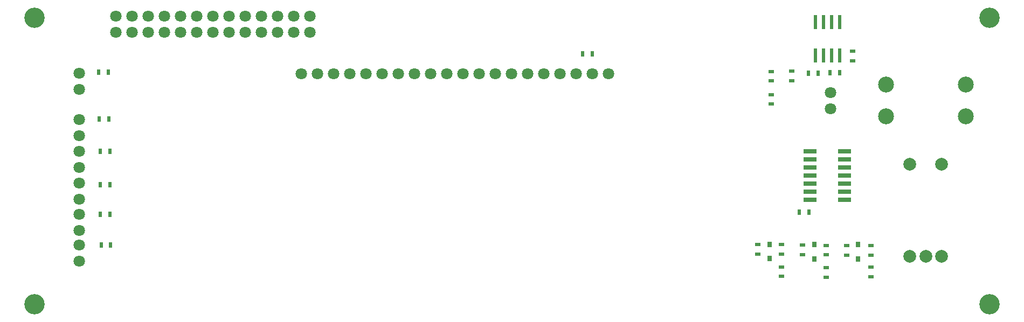
<source format=gts>
%TF.GenerationSoftware,KiCad,Pcbnew,8.0.0-8.0.0-1~ubuntu23.10.1*%
%TF.CreationDate,2024-02-24T12:58:59+11:00*%
%TF.ProjectId,tbc_ui,7462635f-7569-42e6-9b69-6361645f7063,rev?*%
%TF.SameCoordinates,Original*%
%TF.FileFunction,Soldermask,Top*%
%TF.FilePolarity,Negative*%
%FSLAX46Y46*%
G04 Gerber Fmt 4.6, Leading zero omitted, Abs format (unit mm)*
G04 Created by KiCad (PCBNEW 8.0.0-8.0.0-1~ubuntu23.10.1) date 2024-02-24 12:58:59*
%MOMM*%
%LPD*%
G01*
G04 APERTURE LIST*
%ADD10C,3.200000*%
%ADD11R,0.600000X0.900000*%
%ADD12R,0.900000X0.600000*%
%ADD13R,0.700000X0.850000*%
%ADD14C,1.800000*%
%ADD15R,0.600000X2.200000*%
%ADD16C,2.500000*%
%ADD17C,2.000000*%
%ADD18R,2.000000X0.700000*%
G04 APERTURE END LIST*
D10*
%TO.C,MH1*%
X85000000Y-70000000D03*
%TD*%
%TO.C,MH4*%
X235000000Y-115000000D03*
%TD*%
D11*
%TO.C,C5*%
X206650000Y-100550000D03*
X205150000Y-100550000D03*
%TD*%
D12*
%TO.C,R4*%
X209350000Y-109250000D03*
X209350000Y-110750000D03*
%TD*%
D13*
%TO.C,D2*%
X214400000Y-105625000D03*
X214400000Y-107875000D03*
%TD*%
D12*
%TO.C,R10*%
X203920000Y-79865000D03*
X203920000Y-78365000D03*
%TD*%
%TO.C,R6*%
X209350000Y-105750000D03*
X209350000Y-107250000D03*
%TD*%
%TO.C,C2*%
X212600000Y-107275000D03*
X212600000Y-105775000D03*
%TD*%
D11*
%TO.C,R11*%
X95150000Y-85900000D03*
X96650000Y-85900000D03*
%TD*%
D10*
%TO.C,MH3*%
X235000000Y-70000000D03*
%TD*%
D14*
%TO.C,D5*%
X92000000Y-88520000D03*
X92000000Y-85980000D03*
%TD*%
D11*
%TO.C,R9*%
X211485000Y-78615000D03*
X209985000Y-78615000D03*
%TD*%
D14*
%TO.C,D10*%
X92000000Y-81270000D03*
X92000000Y-78730000D03*
%TD*%
D11*
%TO.C,C6*%
X171100000Y-75650000D03*
X172600000Y-75650000D03*
%TD*%
D14*
%TO.C,D4*%
X210000000Y-84270000D03*
X210000000Y-81730000D03*
%TD*%
D11*
%TO.C,R16*%
X95050000Y-78500000D03*
X96550000Y-78500000D03*
%TD*%
%TO.C,R13*%
X95350000Y-96200000D03*
X96850000Y-96200000D03*
%TD*%
D12*
%TO.C,C4*%
X200750000Y-83550000D03*
X200750000Y-82050000D03*
%TD*%
%TO.C,R7*%
X200700000Y-79900000D03*
X200700000Y-78400000D03*
%TD*%
D14*
%TO.C,D8*%
X92000000Y-103411168D03*
X92000000Y-100871168D03*
%TD*%
D12*
%TO.C,C3*%
X205600000Y-107200000D03*
X205600000Y-105700000D03*
%TD*%
D11*
%TO.C,R12*%
X95300000Y-91000000D03*
X96800000Y-91000000D03*
%TD*%
%TO.C,R15*%
X95450000Y-105700000D03*
X96950000Y-105700000D03*
%TD*%
%TO.C,R8*%
X208085000Y-78665000D03*
X206585000Y-78665000D03*
%TD*%
D15*
%TO.C,U2*%
X211440000Y-70665000D03*
X210170000Y-70665000D03*
X208900000Y-70665000D03*
X207630000Y-70665000D03*
X207630000Y-75865000D03*
X208900000Y-75865000D03*
X210170000Y-75865000D03*
X211440000Y-75865000D03*
%TD*%
D16*
%TO.C,SW2*%
X218750000Y-85500000D03*
X231250000Y-85500000D03*
X218750000Y-80500000D03*
X231250000Y-80500000D03*
%TD*%
D12*
%TO.C,R1*%
X202350000Y-105600000D03*
X202350000Y-107100000D03*
%TD*%
D13*
%TO.C,D3*%
X207500000Y-105625000D03*
X207500000Y-107875000D03*
%TD*%
D14*
%TO.C,D9*%
X92000000Y-108270000D03*
X92000000Y-105730000D03*
%TD*%
D13*
%TO.C,D1*%
X200450000Y-105575000D03*
X200450000Y-107825000D03*
%TD*%
D12*
%TO.C,C1*%
X198650000Y-107100000D03*
X198650000Y-105600000D03*
%TD*%
D14*
%TO.C,DS1*%
X175130000Y-78750000D03*
X172590000Y-78750000D03*
X170050000Y-78750000D03*
X167510000Y-78750000D03*
X164970000Y-78750000D03*
X162430000Y-78750000D03*
X159890000Y-78750000D03*
X157350000Y-78750000D03*
X154810000Y-78750000D03*
X152270000Y-78750000D03*
X149730000Y-78750000D03*
X147190000Y-78750000D03*
X144650000Y-78750000D03*
X142110000Y-78750000D03*
X139570000Y-78750000D03*
X137030000Y-78750000D03*
X134490000Y-78750000D03*
X131950000Y-78750000D03*
X129410000Y-78750000D03*
X126870000Y-78750000D03*
%TD*%
D12*
%TO.C,R3*%
X216400000Y-109200000D03*
X216400000Y-110700000D03*
%TD*%
%TO.C,C7*%
X213500000Y-76750000D03*
X213500000Y-75250000D03*
%TD*%
D17*
%TO.C,SW1*%
X222500000Y-107500000D03*
X227500000Y-107500000D03*
X225000000Y-107500000D03*
X222500000Y-93000000D03*
X227500000Y-93000000D03*
%TD*%
D10*
%TO.C,MH2*%
X85000000Y-115000000D03*
%TD*%
D18*
%TO.C,U1*%
X212200000Y-98610000D03*
X212200000Y-97340000D03*
X212200000Y-96070000D03*
X212200000Y-94800000D03*
X212200000Y-93530000D03*
X212200000Y-92260000D03*
X212200000Y-90990000D03*
X206800000Y-90990000D03*
X206800000Y-92260000D03*
X206800000Y-93530000D03*
X206800000Y-94800000D03*
X206800000Y-96070000D03*
X206800000Y-97340000D03*
X206800000Y-98610000D03*
%TD*%
D12*
%TO.C,R5*%
X216350000Y-105800000D03*
X216350000Y-107300000D03*
%TD*%
D14*
%TO.C,D6*%
X92000000Y-93540000D03*
X92000000Y-91000000D03*
%TD*%
D12*
%TO.C,R2*%
X202350000Y-110650000D03*
X202350000Y-109150000D03*
%TD*%
D11*
%TO.C,R14*%
X95350000Y-100900000D03*
X96850000Y-100900000D03*
%TD*%
D14*
%TO.C,D7*%
X92000000Y-98520000D03*
X92000000Y-95980000D03*
%TD*%
%TO.C,J1*%
X128240000Y-72270000D03*
X128240000Y-69730000D03*
X125700000Y-72270000D03*
X125700000Y-69730000D03*
X123160000Y-72270000D03*
X123160000Y-69730000D03*
X120620000Y-72270000D03*
X120620000Y-69730000D03*
X118080000Y-72270000D03*
X118080000Y-69730000D03*
X115540000Y-72270000D03*
X115540000Y-69730000D03*
X113000000Y-72270000D03*
X113000000Y-69730000D03*
X110460000Y-72270000D03*
X110460000Y-69730000D03*
X107920000Y-72270000D03*
X107920000Y-69730000D03*
X105380000Y-72270000D03*
X105380000Y-69730000D03*
X102840000Y-72270000D03*
X102840000Y-69730000D03*
X100300000Y-72270000D03*
X100300000Y-69730000D03*
X97760000Y-72270000D03*
X97760000Y-69730000D03*
%TD*%
M02*

</source>
